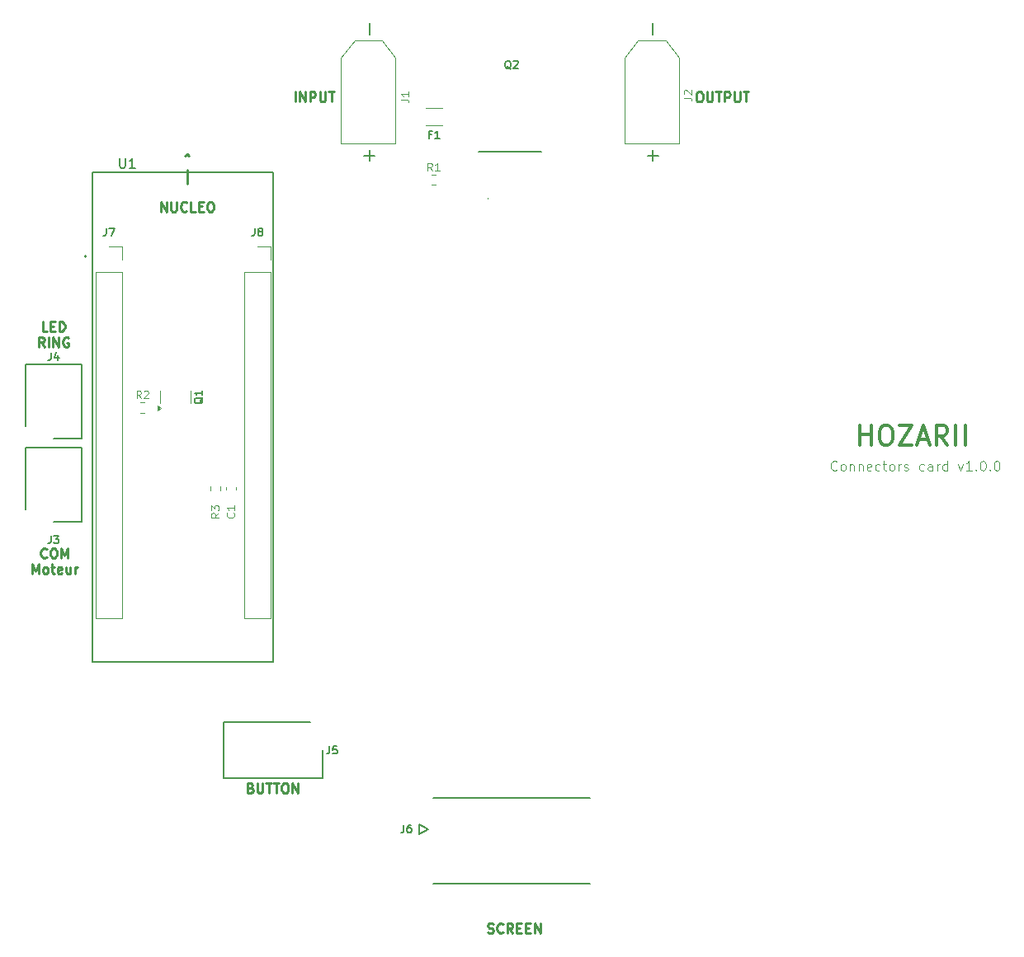
<source format=gbr>
%TF.GenerationSoftware,KiCad,Pcbnew,8.0.1*%
%TF.CreationDate,2024-04-24T20:44:49+02:00*%
%TF.ProjectId,Connectors_card,436f6e6e-6563-4746-9f72-735f63617264,rev?*%
%TF.SameCoordinates,Original*%
%TF.FileFunction,Legend,Top*%
%TF.FilePolarity,Positive*%
%FSLAX46Y46*%
G04 Gerber Fmt 4.6, Leading zero omitted, Abs format (unit mm)*
G04 Created by KiCad (PCBNEW 8.0.1) date 2024-04-24 20:44:49*
%MOMM*%
%LPD*%
G01*
G04 APERTURE LIST*
%ADD10C,0.250000*%
%ADD11C,0.100000*%
%ADD12C,0.300000*%
%ADD13C,0.200000*%
%ADD14C,0.150000*%
%ADD15C,0.120000*%
%ADD16C,0.127000*%
G04 APERTURE END LIST*
D10*
X101992485Y-107521436D02*
X101944866Y-107569056D01*
X101944866Y-107569056D02*
X101802009Y-107616675D01*
X101802009Y-107616675D02*
X101706771Y-107616675D01*
X101706771Y-107616675D02*
X101563914Y-107569056D01*
X101563914Y-107569056D02*
X101468676Y-107473817D01*
X101468676Y-107473817D02*
X101421057Y-107378579D01*
X101421057Y-107378579D02*
X101373438Y-107188103D01*
X101373438Y-107188103D02*
X101373438Y-107045246D01*
X101373438Y-107045246D02*
X101421057Y-106854770D01*
X101421057Y-106854770D02*
X101468676Y-106759532D01*
X101468676Y-106759532D02*
X101563914Y-106664294D01*
X101563914Y-106664294D02*
X101706771Y-106616675D01*
X101706771Y-106616675D02*
X101802009Y-106616675D01*
X101802009Y-106616675D02*
X101944866Y-106664294D01*
X101944866Y-106664294D02*
X101992485Y-106711913D01*
X102611533Y-106616675D02*
X102802009Y-106616675D01*
X102802009Y-106616675D02*
X102897247Y-106664294D01*
X102897247Y-106664294D02*
X102992485Y-106759532D01*
X102992485Y-106759532D02*
X103040104Y-106950008D01*
X103040104Y-106950008D02*
X103040104Y-107283341D01*
X103040104Y-107283341D02*
X102992485Y-107473817D01*
X102992485Y-107473817D02*
X102897247Y-107569056D01*
X102897247Y-107569056D02*
X102802009Y-107616675D01*
X102802009Y-107616675D02*
X102611533Y-107616675D01*
X102611533Y-107616675D02*
X102516295Y-107569056D01*
X102516295Y-107569056D02*
X102421057Y-107473817D01*
X102421057Y-107473817D02*
X102373438Y-107283341D01*
X102373438Y-107283341D02*
X102373438Y-106950008D01*
X102373438Y-106950008D02*
X102421057Y-106759532D01*
X102421057Y-106759532D02*
X102516295Y-106664294D01*
X102516295Y-106664294D02*
X102611533Y-106616675D01*
X103468676Y-107616675D02*
X103468676Y-106616675D01*
X103468676Y-106616675D02*
X103802009Y-107330960D01*
X103802009Y-107330960D02*
X104135342Y-106616675D01*
X104135342Y-106616675D02*
X104135342Y-107616675D01*
X100516295Y-109226619D02*
X100516295Y-108226619D01*
X100516295Y-108226619D02*
X100849628Y-108940904D01*
X100849628Y-108940904D02*
X101182961Y-108226619D01*
X101182961Y-108226619D02*
X101182961Y-109226619D01*
X101802009Y-109226619D02*
X101706771Y-109179000D01*
X101706771Y-109179000D02*
X101659152Y-109131380D01*
X101659152Y-109131380D02*
X101611533Y-109036142D01*
X101611533Y-109036142D02*
X101611533Y-108750428D01*
X101611533Y-108750428D02*
X101659152Y-108655190D01*
X101659152Y-108655190D02*
X101706771Y-108607571D01*
X101706771Y-108607571D02*
X101802009Y-108559952D01*
X101802009Y-108559952D02*
X101944866Y-108559952D01*
X101944866Y-108559952D02*
X102040104Y-108607571D01*
X102040104Y-108607571D02*
X102087723Y-108655190D01*
X102087723Y-108655190D02*
X102135342Y-108750428D01*
X102135342Y-108750428D02*
X102135342Y-109036142D01*
X102135342Y-109036142D02*
X102087723Y-109131380D01*
X102087723Y-109131380D02*
X102040104Y-109179000D01*
X102040104Y-109179000D02*
X101944866Y-109226619D01*
X101944866Y-109226619D02*
X101802009Y-109226619D01*
X102421057Y-108559952D02*
X102802009Y-108559952D01*
X102563914Y-108226619D02*
X102563914Y-109083761D01*
X102563914Y-109083761D02*
X102611533Y-109179000D01*
X102611533Y-109179000D02*
X102706771Y-109226619D01*
X102706771Y-109226619D02*
X102802009Y-109226619D01*
X103516295Y-109179000D02*
X103421057Y-109226619D01*
X103421057Y-109226619D02*
X103230581Y-109226619D01*
X103230581Y-109226619D02*
X103135343Y-109179000D01*
X103135343Y-109179000D02*
X103087724Y-109083761D01*
X103087724Y-109083761D02*
X103087724Y-108702809D01*
X103087724Y-108702809D02*
X103135343Y-108607571D01*
X103135343Y-108607571D02*
X103230581Y-108559952D01*
X103230581Y-108559952D02*
X103421057Y-108559952D01*
X103421057Y-108559952D02*
X103516295Y-108607571D01*
X103516295Y-108607571D02*
X103563914Y-108702809D01*
X103563914Y-108702809D02*
X103563914Y-108798047D01*
X103563914Y-108798047D02*
X103087724Y-108893285D01*
X104421057Y-108559952D02*
X104421057Y-109226619D01*
X103992486Y-108559952D02*
X103992486Y-109083761D01*
X103992486Y-109083761D02*
X104040105Y-109179000D01*
X104040105Y-109179000D02*
X104135343Y-109226619D01*
X104135343Y-109226619D02*
X104278200Y-109226619D01*
X104278200Y-109226619D02*
X104373438Y-109179000D01*
X104373438Y-109179000D02*
X104421057Y-109131380D01*
X104897248Y-109226619D02*
X104897248Y-108559952D01*
X104897248Y-108750428D02*
X104944867Y-108655190D01*
X104944867Y-108655190D02*
X104992486Y-108607571D01*
X104992486Y-108607571D02*
X105087724Y-108559952D01*
X105087724Y-108559952D02*
X105182962Y-108559952D01*
D11*
X183053512Y-98539180D02*
X183005893Y-98586800D01*
X183005893Y-98586800D02*
X182863036Y-98634419D01*
X182863036Y-98634419D02*
X182767798Y-98634419D01*
X182767798Y-98634419D02*
X182624941Y-98586800D01*
X182624941Y-98586800D02*
X182529703Y-98491561D01*
X182529703Y-98491561D02*
X182482084Y-98396323D01*
X182482084Y-98396323D02*
X182434465Y-98205847D01*
X182434465Y-98205847D02*
X182434465Y-98062990D01*
X182434465Y-98062990D02*
X182482084Y-97872514D01*
X182482084Y-97872514D02*
X182529703Y-97777276D01*
X182529703Y-97777276D02*
X182624941Y-97682038D01*
X182624941Y-97682038D02*
X182767798Y-97634419D01*
X182767798Y-97634419D02*
X182863036Y-97634419D01*
X182863036Y-97634419D02*
X183005893Y-97682038D01*
X183005893Y-97682038D02*
X183053512Y-97729657D01*
X183624941Y-98634419D02*
X183529703Y-98586800D01*
X183529703Y-98586800D02*
X183482084Y-98539180D01*
X183482084Y-98539180D02*
X183434465Y-98443942D01*
X183434465Y-98443942D02*
X183434465Y-98158228D01*
X183434465Y-98158228D02*
X183482084Y-98062990D01*
X183482084Y-98062990D02*
X183529703Y-98015371D01*
X183529703Y-98015371D02*
X183624941Y-97967752D01*
X183624941Y-97967752D02*
X183767798Y-97967752D01*
X183767798Y-97967752D02*
X183863036Y-98015371D01*
X183863036Y-98015371D02*
X183910655Y-98062990D01*
X183910655Y-98062990D02*
X183958274Y-98158228D01*
X183958274Y-98158228D02*
X183958274Y-98443942D01*
X183958274Y-98443942D02*
X183910655Y-98539180D01*
X183910655Y-98539180D02*
X183863036Y-98586800D01*
X183863036Y-98586800D02*
X183767798Y-98634419D01*
X183767798Y-98634419D02*
X183624941Y-98634419D01*
X184386846Y-97967752D02*
X184386846Y-98634419D01*
X184386846Y-98062990D02*
X184434465Y-98015371D01*
X184434465Y-98015371D02*
X184529703Y-97967752D01*
X184529703Y-97967752D02*
X184672560Y-97967752D01*
X184672560Y-97967752D02*
X184767798Y-98015371D01*
X184767798Y-98015371D02*
X184815417Y-98110609D01*
X184815417Y-98110609D02*
X184815417Y-98634419D01*
X185291608Y-97967752D02*
X185291608Y-98634419D01*
X185291608Y-98062990D02*
X185339227Y-98015371D01*
X185339227Y-98015371D02*
X185434465Y-97967752D01*
X185434465Y-97967752D02*
X185577322Y-97967752D01*
X185577322Y-97967752D02*
X185672560Y-98015371D01*
X185672560Y-98015371D02*
X185720179Y-98110609D01*
X185720179Y-98110609D02*
X185720179Y-98634419D01*
X186577322Y-98586800D02*
X186482084Y-98634419D01*
X186482084Y-98634419D02*
X186291608Y-98634419D01*
X186291608Y-98634419D02*
X186196370Y-98586800D01*
X186196370Y-98586800D02*
X186148751Y-98491561D01*
X186148751Y-98491561D02*
X186148751Y-98110609D01*
X186148751Y-98110609D02*
X186196370Y-98015371D01*
X186196370Y-98015371D02*
X186291608Y-97967752D01*
X186291608Y-97967752D02*
X186482084Y-97967752D01*
X186482084Y-97967752D02*
X186577322Y-98015371D01*
X186577322Y-98015371D02*
X186624941Y-98110609D01*
X186624941Y-98110609D02*
X186624941Y-98205847D01*
X186624941Y-98205847D02*
X186148751Y-98301085D01*
X187482084Y-98586800D02*
X187386846Y-98634419D01*
X187386846Y-98634419D02*
X187196370Y-98634419D01*
X187196370Y-98634419D02*
X187101132Y-98586800D01*
X187101132Y-98586800D02*
X187053513Y-98539180D01*
X187053513Y-98539180D02*
X187005894Y-98443942D01*
X187005894Y-98443942D02*
X187005894Y-98158228D01*
X187005894Y-98158228D02*
X187053513Y-98062990D01*
X187053513Y-98062990D02*
X187101132Y-98015371D01*
X187101132Y-98015371D02*
X187196370Y-97967752D01*
X187196370Y-97967752D02*
X187386846Y-97967752D01*
X187386846Y-97967752D02*
X187482084Y-98015371D01*
X187767799Y-97967752D02*
X188148751Y-97967752D01*
X187910656Y-97634419D02*
X187910656Y-98491561D01*
X187910656Y-98491561D02*
X187958275Y-98586800D01*
X187958275Y-98586800D02*
X188053513Y-98634419D01*
X188053513Y-98634419D02*
X188148751Y-98634419D01*
X188624942Y-98634419D02*
X188529704Y-98586800D01*
X188529704Y-98586800D02*
X188482085Y-98539180D01*
X188482085Y-98539180D02*
X188434466Y-98443942D01*
X188434466Y-98443942D02*
X188434466Y-98158228D01*
X188434466Y-98158228D02*
X188482085Y-98062990D01*
X188482085Y-98062990D02*
X188529704Y-98015371D01*
X188529704Y-98015371D02*
X188624942Y-97967752D01*
X188624942Y-97967752D02*
X188767799Y-97967752D01*
X188767799Y-97967752D02*
X188863037Y-98015371D01*
X188863037Y-98015371D02*
X188910656Y-98062990D01*
X188910656Y-98062990D02*
X188958275Y-98158228D01*
X188958275Y-98158228D02*
X188958275Y-98443942D01*
X188958275Y-98443942D02*
X188910656Y-98539180D01*
X188910656Y-98539180D02*
X188863037Y-98586800D01*
X188863037Y-98586800D02*
X188767799Y-98634419D01*
X188767799Y-98634419D02*
X188624942Y-98634419D01*
X189386847Y-98634419D02*
X189386847Y-97967752D01*
X189386847Y-98158228D02*
X189434466Y-98062990D01*
X189434466Y-98062990D02*
X189482085Y-98015371D01*
X189482085Y-98015371D02*
X189577323Y-97967752D01*
X189577323Y-97967752D02*
X189672561Y-97967752D01*
X189958276Y-98586800D02*
X190053514Y-98634419D01*
X190053514Y-98634419D02*
X190243990Y-98634419D01*
X190243990Y-98634419D02*
X190339228Y-98586800D01*
X190339228Y-98586800D02*
X190386847Y-98491561D01*
X190386847Y-98491561D02*
X190386847Y-98443942D01*
X190386847Y-98443942D02*
X190339228Y-98348704D01*
X190339228Y-98348704D02*
X190243990Y-98301085D01*
X190243990Y-98301085D02*
X190101133Y-98301085D01*
X190101133Y-98301085D02*
X190005895Y-98253466D01*
X190005895Y-98253466D02*
X189958276Y-98158228D01*
X189958276Y-98158228D02*
X189958276Y-98110609D01*
X189958276Y-98110609D02*
X190005895Y-98015371D01*
X190005895Y-98015371D02*
X190101133Y-97967752D01*
X190101133Y-97967752D02*
X190243990Y-97967752D01*
X190243990Y-97967752D02*
X190339228Y-98015371D01*
X192005895Y-98586800D02*
X191910657Y-98634419D01*
X191910657Y-98634419D02*
X191720181Y-98634419D01*
X191720181Y-98634419D02*
X191624943Y-98586800D01*
X191624943Y-98586800D02*
X191577324Y-98539180D01*
X191577324Y-98539180D02*
X191529705Y-98443942D01*
X191529705Y-98443942D02*
X191529705Y-98158228D01*
X191529705Y-98158228D02*
X191577324Y-98062990D01*
X191577324Y-98062990D02*
X191624943Y-98015371D01*
X191624943Y-98015371D02*
X191720181Y-97967752D01*
X191720181Y-97967752D02*
X191910657Y-97967752D01*
X191910657Y-97967752D02*
X192005895Y-98015371D01*
X192863038Y-98634419D02*
X192863038Y-98110609D01*
X192863038Y-98110609D02*
X192815419Y-98015371D01*
X192815419Y-98015371D02*
X192720181Y-97967752D01*
X192720181Y-97967752D02*
X192529705Y-97967752D01*
X192529705Y-97967752D02*
X192434467Y-98015371D01*
X192863038Y-98586800D02*
X192767800Y-98634419D01*
X192767800Y-98634419D02*
X192529705Y-98634419D01*
X192529705Y-98634419D02*
X192434467Y-98586800D01*
X192434467Y-98586800D02*
X192386848Y-98491561D01*
X192386848Y-98491561D02*
X192386848Y-98396323D01*
X192386848Y-98396323D02*
X192434467Y-98301085D01*
X192434467Y-98301085D02*
X192529705Y-98253466D01*
X192529705Y-98253466D02*
X192767800Y-98253466D01*
X192767800Y-98253466D02*
X192863038Y-98205847D01*
X193339229Y-98634419D02*
X193339229Y-97967752D01*
X193339229Y-98158228D02*
X193386848Y-98062990D01*
X193386848Y-98062990D02*
X193434467Y-98015371D01*
X193434467Y-98015371D02*
X193529705Y-97967752D01*
X193529705Y-97967752D02*
X193624943Y-97967752D01*
X194386848Y-98634419D02*
X194386848Y-97634419D01*
X194386848Y-98586800D02*
X194291610Y-98634419D01*
X194291610Y-98634419D02*
X194101134Y-98634419D01*
X194101134Y-98634419D02*
X194005896Y-98586800D01*
X194005896Y-98586800D02*
X193958277Y-98539180D01*
X193958277Y-98539180D02*
X193910658Y-98443942D01*
X193910658Y-98443942D02*
X193910658Y-98158228D01*
X193910658Y-98158228D02*
X193958277Y-98062990D01*
X193958277Y-98062990D02*
X194005896Y-98015371D01*
X194005896Y-98015371D02*
X194101134Y-97967752D01*
X194101134Y-97967752D02*
X194291610Y-97967752D01*
X194291610Y-97967752D02*
X194386848Y-98015371D01*
X195529706Y-97967752D02*
X195767801Y-98634419D01*
X195767801Y-98634419D02*
X196005896Y-97967752D01*
X196910658Y-98634419D02*
X196339230Y-98634419D01*
X196624944Y-98634419D02*
X196624944Y-97634419D01*
X196624944Y-97634419D02*
X196529706Y-97777276D01*
X196529706Y-97777276D02*
X196434468Y-97872514D01*
X196434468Y-97872514D02*
X196339230Y-97920133D01*
X197339230Y-98539180D02*
X197386849Y-98586800D01*
X197386849Y-98586800D02*
X197339230Y-98634419D01*
X197339230Y-98634419D02*
X197291611Y-98586800D01*
X197291611Y-98586800D02*
X197339230Y-98539180D01*
X197339230Y-98539180D02*
X197339230Y-98634419D01*
X198005896Y-97634419D02*
X198101134Y-97634419D01*
X198101134Y-97634419D02*
X198196372Y-97682038D01*
X198196372Y-97682038D02*
X198243991Y-97729657D01*
X198243991Y-97729657D02*
X198291610Y-97824895D01*
X198291610Y-97824895D02*
X198339229Y-98015371D01*
X198339229Y-98015371D02*
X198339229Y-98253466D01*
X198339229Y-98253466D02*
X198291610Y-98443942D01*
X198291610Y-98443942D02*
X198243991Y-98539180D01*
X198243991Y-98539180D02*
X198196372Y-98586800D01*
X198196372Y-98586800D02*
X198101134Y-98634419D01*
X198101134Y-98634419D02*
X198005896Y-98634419D01*
X198005896Y-98634419D02*
X197910658Y-98586800D01*
X197910658Y-98586800D02*
X197863039Y-98539180D01*
X197863039Y-98539180D02*
X197815420Y-98443942D01*
X197815420Y-98443942D02*
X197767801Y-98253466D01*
X197767801Y-98253466D02*
X197767801Y-98015371D01*
X197767801Y-98015371D02*
X197815420Y-97824895D01*
X197815420Y-97824895D02*
X197863039Y-97729657D01*
X197863039Y-97729657D02*
X197910658Y-97682038D01*
X197910658Y-97682038D02*
X198005896Y-97634419D01*
X198767801Y-98539180D02*
X198815420Y-98586800D01*
X198815420Y-98586800D02*
X198767801Y-98634419D01*
X198767801Y-98634419D02*
X198720182Y-98586800D01*
X198720182Y-98586800D02*
X198767801Y-98539180D01*
X198767801Y-98539180D02*
X198767801Y-98634419D01*
X199434467Y-97634419D02*
X199529705Y-97634419D01*
X199529705Y-97634419D02*
X199624943Y-97682038D01*
X199624943Y-97682038D02*
X199672562Y-97729657D01*
X199672562Y-97729657D02*
X199720181Y-97824895D01*
X199720181Y-97824895D02*
X199767800Y-98015371D01*
X199767800Y-98015371D02*
X199767800Y-98253466D01*
X199767800Y-98253466D02*
X199720181Y-98443942D01*
X199720181Y-98443942D02*
X199672562Y-98539180D01*
X199672562Y-98539180D02*
X199624943Y-98586800D01*
X199624943Y-98586800D02*
X199529705Y-98634419D01*
X199529705Y-98634419D02*
X199434467Y-98634419D01*
X199434467Y-98634419D02*
X199339229Y-98586800D01*
X199339229Y-98586800D02*
X199291610Y-98539180D01*
X199291610Y-98539180D02*
X199243991Y-98443942D01*
X199243991Y-98443942D02*
X199196372Y-98253466D01*
X199196372Y-98253466D02*
X199196372Y-98015371D01*
X199196372Y-98015371D02*
X199243991Y-97824895D01*
X199243991Y-97824895D02*
X199291610Y-97729657D01*
X199291610Y-97729657D02*
X199339229Y-97682038D01*
X199339229Y-97682038D02*
X199434467Y-97634419D01*
D10*
X127480768Y-60726619D02*
X127480768Y-59726619D01*
X127956958Y-60726619D02*
X127956958Y-59726619D01*
X127956958Y-59726619D02*
X128528386Y-60726619D01*
X128528386Y-60726619D02*
X128528386Y-59726619D01*
X129004577Y-60726619D02*
X129004577Y-59726619D01*
X129004577Y-59726619D02*
X129385529Y-59726619D01*
X129385529Y-59726619D02*
X129480767Y-59774238D01*
X129480767Y-59774238D02*
X129528386Y-59821857D01*
X129528386Y-59821857D02*
X129576005Y-59917095D01*
X129576005Y-59917095D02*
X129576005Y-60059952D01*
X129576005Y-60059952D02*
X129528386Y-60155190D01*
X129528386Y-60155190D02*
X129480767Y-60202809D01*
X129480767Y-60202809D02*
X129385529Y-60250428D01*
X129385529Y-60250428D02*
X129004577Y-60250428D01*
X130004577Y-59726619D02*
X130004577Y-60536142D01*
X130004577Y-60536142D02*
X130052196Y-60631380D01*
X130052196Y-60631380D02*
X130099815Y-60679000D01*
X130099815Y-60679000D02*
X130195053Y-60726619D01*
X130195053Y-60726619D02*
X130385529Y-60726619D01*
X130385529Y-60726619D02*
X130480767Y-60679000D01*
X130480767Y-60679000D02*
X130528386Y-60631380D01*
X130528386Y-60631380D02*
X130576005Y-60536142D01*
X130576005Y-60536142D02*
X130576005Y-59726619D01*
X130909339Y-59726619D02*
X131480767Y-59726619D01*
X131195053Y-60726619D02*
X131195053Y-59726619D01*
X147233149Y-146079000D02*
X147376006Y-146126619D01*
X147376006Y-146126619D02*
X147614101Y-146126619D01*
X147614101Y-146126619D02*
X147709339Y-146079000D01*
X147709339Y-146079000D02*
X147756958Y-146031380D01*
X147756958Y-146031380D02*
X147804577Y-145936142D01*
X147804577Y-145936142D02*
X147804577Y-145840904D01*
X147804577Y-145840904D02*
X147756958Y-145745666D01*
X147756958Y-145745666D02*
X147709339Y-145698047D01*
X147709339Y-145698047D02*
X147614101Y-145650428D01*
X147614101Y-145650428D02*
X147423625Y-145602809D01*
X147423625Y-145602809D02*
X147328387Y-145555190D01*
X147328387Y-145555190D02*
X147280768Y-145507571D01*
X147280768Y-145507571D02*
X147233149Y-145412333D01*
X147233149Y-145412333D02*
X147233149Y-145317095D01*
X147233149Y-145317095D02*
X147280768Y-145221857D01*
X147280768Y-145221857D02*
X147328387Y-145174238D01*
X147328387Y-145174238D02*
X147423625Y-145126619D01*
X147423625Y-145126619D02*
X147661720Y-145126619D01*
X147661720Y-145126619D02*
X147804577Y-145174238D01*
X148804577Y-146031380D02*
X148756958Y-146079000D01*
X148756958Y-146079000D02*
X148614101Y-146126619D01*
X148614101Y-146126619D02*
X148518863Y-146126619D01*
X148518863Y-146126619D02*
X148376006Y-146079000D01*
X148376006Y-146079000D02*
X148280768Y-145983761D01*
X148280768Y-145983761D02*
X148233149Y-145888523D01*
X148233149Y-145888523D02*
X148185530Y-145698047D01*
X148185530Y-145698047D02*
X148185530Y-145555190D01*
X148185530Y-145555190D02*
X148233149Y-145364714D01*
X148233149Y-145364714D02*
X148280768Y-145269476D01*
X148280768Y-145269476D02*
X148376006Y-145174238D01*
X148376006Y-145174238D02*
X148518863Y-145126619D01*
X148518863Y-145126619D02*
X148614101Y-145126619D01*
X148614101Y-145126619D02*
X148756958Y-145174238D01*
X148756958Y-145174238D02*
X148804577Y-145221857D01*
X149804577Y-146126619D02*
X149471244Y-145650428D01*
X149233149Y-146126619D02*
X149233149Y-145126619D01*
X149233149Y-145126619D02*
X149614101Y-145126619D01*
X149614101Y-145126619D02*
X149709339Y-145174238D01*
X149709339Y-145174238D02*
X149756958Y-145221857D01*
X149756958Y-145221857D02*
X149804577Y-145317095D01*
X149804577Y-145317095D02*
X149804577Y-145459952D01*
X149804577Y-145459952D02*
X149756958Y-145555190D01*
X149756958Y-145555190D02*
X149709339Y-145602809D01*
X149709339Y-145602809D02*
X149614101Y-145650428D01*
X149614101Y-145650428D02*
X149233149Y-145650428D01*
X150233149Y-145602809D02*
X150566482Y-145602809D01*
X150709339Y-146126619D02*
X150233149Y-146126619D01*
X150233149Y-146126619D02*
X150233149Y-145126619D01*
X150233149Y-145126619D02*
X150709339Y-145126619D01*
X151137911Y-145602809D02*
X151471244Y-145602809D01*
X151614101Y-146126619D02*
X151137911Y-146126619D01*
X151137911Y-146126619D02*
X151137911Y-145126619D01*
X151137911Y-145126619D02*
X151614101Y-145126619D01*
X152042673Y-146126619D02*
X152042673Y-145126619D01*
X152042673Y-145126619D02*
X152614101Y-146126619D01*
X152614101Y-146126619D02*
X152614101Y-145126619D01*
D12*
X185451758Y-96001638D02*
X185451758Y-94001638D01*
X185451758Y-94954019D02*
X186594615Y-94954019D01*
X186594615Y-96001638D02*
X186594615Y-94001638D01*
X187927948Y-94001638D02*
X188308901Y-94001638D01*
X188308901Y-94001638D02*
X188499377Y-94096876D01*
X188499377Y-94096876D02*
X188689853Y-94287352D01*
X188689853Y-94287352D02*
X188785091Y-94668304D01*
X188785091Y-94668304D02*
X188785091Y-95334971D01*
X188785091Y-95334971D02*
X188689853Y-95715923D01*
X188689853Y-95715923D02*
X188499377Y-95906400D01*
X188499377Y-95906400D02*
X188308901Y-96001638D01*
X188308901Y-96001638D02*
X187927948Y-96001638D01*
X187927948Y-96001638D02*
X187737472Y-95906400D01*
X187737472Y-95906400D02*
X187546996Y-95715923D01*
X187546996Y-95715923D02*
X187451758Y-95334971D01*
X187451758Y-95334971D02*
X187451758Y-94668304D01*
X187451758Y-94668304D02*
X187546996Y-94287352D01*
X187546996Y-94287352D02*
X187737472Y-94096876D01*
X187737472Y-94096876D02*
X187927948Y-94001638D01*
X189451758Y-94001638D02*
X190785091Y-94001638D01*
X190785091Y-94001638D02*
X189451758Y-96001638D01*
X189451758Y-96001638D02*
X190785091Y-96001638D01*
X191451758Y-95430209D02*
X192404139Y-95430209D01*
X191261282Y-96001638D02*
X191927948Y-94001638D01*
X191927948Y-94001638D02*
X192594615Y-96001638D01*
X194404139Y-96001638D02*
X193737472Y-95049257D01*
X193261282Y-96001638D02*
X193261282Y-94001638D01*
X193261282Y-94001638D02*
X194023187Y-94001638D01*
X194023187Y-94001638D02*
X194213663Y-94096876D01*
X194213663Y-94096876D02*
X194308901Y-94192114D01*
X194308901Y-94192114D02*
X194404139Y-94382590D01*
X194404139Y-94382590D02*
X194404139Y-94668304D01*
X194404139Y-94668304D02*
X194308901Y-94858780D01*
X194308901Y-94858780D02*
X194213663Y-94954019D01*
X194213663Y-94954019D02*
X194023187Y-95049257D01*
X194023187Y-95049257D02*
X193261282Y-95049257D01*
X195261282Y-96001638D02*
X195261282Y-94001638D01*
X196213663Y-96001638D02*
X196213663Y-94001638D01*
D10*
X116187724Y-66292025D02*
X116378200Y-66149168D01*
X116378200Y-66149168D02*
X116568676Y-66292025D01*
X116378200Y-69140064D02*
X116378200Y-67711492D01*
X113687724Y-72026619D02*
X113687724Y-71026619D01*
X113687724Y-71026619D02*
X114259152Y-72026619D01*
X114259152Y-72026619D02*
X114259152Y-71026619D01*
X114735343Y-71026619D02*
X114735343Y-71836142D01*
X114735343Y-71836142D02*
X114782962Y-71931380D01*
X114782962Y-71931380D02*
X114830581Y-71979000D01*
X114830581Y-71979000D02*
X114925819Y-72026619D01*
X114925819Y-72026619D02*
X115116295Y-72026619D01*
X115116295Y-72026619D02*
X115211533Y-71979000D01*
X115211533Y-71979000D02*
X115259152Y-71931380D01*
X115259152Y-71931380D02*
X115306771Y-71836142D01*
X115306771Y-71836142D02*
X115306771Y-71026619D01*
X116354390Y-71931380D02*
X116306771Y-71979000D01*
X116306771Y-71979000D02*
X116163914Y-72026619D01*
X116163914Y-72026619D02*
X116068676Y-72026619D01*
X116068676Y-72026619D02*
X115925819Y-71979000D01*
X115925819Y-71979000D02*
X115830581Y-71883761D01*
X115830581Y-71883761D02*
X115782962Y-71788523D01*
X115782962Y-71788523D02*
X115735343Y-71598047D01*
X115735343Y-71598047D02*
X115735343Y-71455190D01*
X115735343Y-71455190D02*
X115782962Y-71264714D01*
X115782962Y-71264714D02*
X115830581Y-71169476D01*
X115830581Y-71169476D02*
X115925819Y-71074238D01*
X115925819Y-71074238D02*
X116068676Y-71026619D01*
X116068676Y-71026619D02*
X116163914Y-71026619D01*
X116163914Y-71026619D02*
X116306771Y-71074238D01*
X116306771Y-71074238D02*
X116354390Y-71121857D01*
X117259152Y-72026619D02*
X116782962Y-72026619D01*
X116782962Y-72026619D02*
X116782962Y-71026619D01*
X117592486Y-71502809D02*
X117925819Y-71502809D01*
X118068676Y-72026619D02*
X117592486Y-72026619D01*
X117592486Y-72026619D02*
X117592486Y-71026619D01*
X117592486Y-71026619D02*
X118068676Y-71026619D01*
X118687724Y-71026619D02*
X118878200Y-71026619D01*
X118878200Y-71026619D02*
X118973438Y-71074238D01*
X118973438Y-71074238D02*
X119068676Y-71169476D01*
X119068676Y-71169476D02*
X119116295Y-71359952D01*
X119116295Y-71359952D02*
X119116295Y-71693285D01*
X119116295Y-71693285D02*
X119068676Y-71883761D01*
X119068676Y-71883761D02*
X118973438Y-71979000D01*
X118973438Y-71979000D02*
X118878200Y-72026619D01*
X118878200Y-72026619D02*
X118687724Y-72026619D01*
X118687724Y-72026619D02*
X118592486Y-71979000D01*
X118592486Y-71979000D02*
X118497248Y-71883761D01*
X118497248Y-71883761D02*
X118449629Y-71693285D01*
X118449629Y-71693285D02*
X118449629Y-71359952D01*
X118449629Y-71359952D02*
X118497248Y-71169476D01*
X118497248Y-71169476D02*
X118592486Y-71074238D01*
X118592486Y-71074238D02*
X118687724Y-71026619D01*
X102035342Y-84316675D02*
X101559152Y-84316675D01*
X101559152Y-84316675D02*
X101559152Y-83316675D01*
X102368676Y-83792865D02*
X102702009Y-83792865D01*
X102844866Y-84316675D02*
X102368676Y-84316675D01*
X102368676Y-84316675D02*
X102368676Y-83316675D01*
X102368676Y-83316675D02*
X102844866Y-83316675D01*
X103273438Y-84316675D02*
X103273438Y-83316675D01*
X103273438Y-83316675D02*
X103511533Y-83316675D01*
X103511533Y-83316675D02*
X103654390Y-83364294D01*
X103654390Y-83364294D02*
X103749628Y-83459532D01*
X103749628Y-83459532D02*
X103797247Y-83554770D01*
X103797247Y-83554770D02*
X103844866Y-83745246D01*
X103844866Y-83745246D02*
X103844866Y-83888103D01*
X103844866Y-83888103D02*
X103797247Y-84078579D01*
X103797247Y-84078579D02*
X103749628Y-84173817D01*
X103749628Y-84173817D02*
X103654390Y-84269056D01*
X103654390Y-84269056D02*
X103511533Y-84316675D01*
X103511533Y-84316675D02*
X103273438Y-84316675D01*
X101725819Y-85926619D02*
X101392486Y-85450428D01*
X101154391Y-85926619D02*
X101154391Y-84926619D01*
X101154391Y-84926619D02*
X101535343Y-84926619D01*
X101535343Y-84926619D02*
X101630581Y-84974238D01*
X101630581Y-84974238D02*
X101678200Y-85021857D01*
X101678200Y-85021857D02*
X101725819Y-85117095D01*
X101725819Y-85117095D02*
X101725819Y-85259952D01*
X101725819Y-85259952D02*
X101678200Y-85355190D01*
X101678200Y-85355190D02*
X101630581Y-85402809D01*
X101630581Y-85402809D02*
X101535343Y-85450428D01*
X101535343Y-85450428D02*
X101154391Y-85450428D01*
X102154391Y-85926619D02*
X102154391Y-84926619D01*
X102630581Y-85926619D02*
X102630581Y-84926619D01*
X102630581Y-84926619D02*
X103202009Y-85926619D01*
X103202009Y-85926619D02*
X103202009Y-84926619D01*
X104202009Y-84974238D02*
X104106771Y-84926619D01*
X104106771Y-84926619D02*
X103963914Y-84926619D01*
X103963914Y-84926619D02*
X103821057Y-84974238D01*
X103821057Y-84974238D02*
X103725819Y-85069476D01*
X103725819Y-85069476D02*
X103678200Y-85164714D01*
X103678200Y-85164714D02*
X103630581Y-85355190D01*
X103630581Y-85355190D02*
X103630581Y-85498047D01*
X103630581Y-85498047D02*
X103678200Y-85688523D01*
X103678200Y-85688523D02*
X103725819Y-85783761D01*
X103725819Y-85783761D02*
X103821057Y-85879000D01*
X103821057Y-85879000D02*
X103963914Y-85926619D01*
X103963914Y-85926619D02*
X104059152Y-85926619D01*
X104059152Y-85926619D02*
X104202009Y-85879000D01*
X104202009Y-85879000D02*
X104249628Y-85831380D01*
X104249628Y-85831380D02*
X104249628Y-85498047D01*
X104249628Y-85498047D02*
X104059152Y-85498047D01*
X168871244Y-59726619D02*
X169061720Y-59726619D01*
X169061720Y-59726619D02*
X169156958Y-59774238D01*
X169156958Y-59774238D02*
X169252196Y-59869476D01*
X169252196Y-59869476D02*
X169299815Y-60059952D01*
X169299815Y-60059952D02*
X169299815Y-60393285D01*
X169299815Y-60393285D02*
X169252196Y-60583761D01*
X169252196Y-60583761D02*
X169156958Y-60679000D01*
X169156958Y-60679000D02*
X169061720Y-60726619D01*
X169061720Y-60726619D02*
X168871244Y-60726619D01*
X168871244Y-60726619D02*
X168776006Y-60679000D01*
X168776006Y-60679000D02*
X168680768Y-60583761D01*
X168680768Y-60583761D02*
X168633149Y-60393285D01*
X168633149Y-60393285D02*
X168633149Y-60059952D01*
X168633149Y-60059952D02*
X168680768Y-59869476D01*
X168680768Y-59869476D02*
X168776006Y-59774238D01*
X168776006Y-59774238D02*
X168871244Y-59726619D01*
X169728387Y-59726619D02*
X169728387Y-60536142D01*
X169728387Y-60536142D02*
X169776006Y-60631380D01*
X169776006Y-60631380D02*
X169823625Y-60679000D01*
X169823625Y-60679000D02*
X169918863Y-60726619D01*
X169918863Y-60726619D02*
X170109339Y-60726619D01*
X170109339Y-60726619D02*
X170204577Y-60679000D01*
X170204577Y-60679000D02*
X170252196Y-60631380D01*
X170252196Y-60631380D02*
X170299815Y-60536142D01*
X170299815Y-60536142D02*
X170299815Y-59726619D01*
X170633149Y-59726619D02*
X171204577Y-59726619D01*
X170918863Y-60726619D02*
X170918863Y-59726619D01*
X171537911Y-60726619D02*
X171537911Y-59726619D01*
X171537911Y-59726619D02*
X171918863Y-59726619D01*
X171918863Y-59726619D02*
X172014101Y-59774238D01*
X172014101Y-59774238D02*
X172061720Y-59821857D01*
X172061720Y-59821857D02*
X172109339Y-59917095D01*
X172109339Y-59917095D02*
X172109339Y-60059952D01*
X172109339Y-60059952D02*
X172061720Y-60155190D01*
X172061720Y-60155190D02*
X172014101Y-60202809D01*
X172014101Y-60202809D02*
X171918863Y-60250428D01*
X171918863Y-60250428D02*
X171537911Y-60250428D01*
X172537911Y-59726619D02*
X172537911Y-60536142D01*
X172537911Y-60536142D02*
X172585530Y-60631380D01*
X172585530Y-60631380D02*
X172633149Y-60679000D01*
X172633149Y-60679000D02*
X172728387Y-60726619D01*
X172728387Y-60726619D02*
X172918863Y-60726619D01*
X172918863Y-60726619D02*
X173014101Y-60679000D01*
X173014101Y-60679000D02*
X173061720Y-60631380D01*
X173061720Y-60631380D02*
X173109339Y-60536142D01*
X173109339Y-60536142D02*
X173109339Y-59726619D01*
X173442673Y-59726619D02*
X174014101Y-59726619D01*
X173728387Y-60726619D02*
X173728387Y-59726619D01*
X122914101Y-131202809D02*
X123056958Y-131250428D01*
X123056958Y-131250428D02*
X123104577Y-131298047D01*
X123104577Y-131298047D02*
X123152196Y-131393285D01*
X123152196Y-131393285D02*
X123152196Y-131536142D01*
X123152196Y-131536142D02*
X123104577Y-131631380D01*
X123104577Y-131631380D02*
X123056958Y-131679000D01*
X123056958Y-131679000D02*
X122961720Y-131726619D01*
X122961720Y-131726619D02*
X122580768Y-131726619D01*
X122580768Y-131726619D02*
X122580768Y-130726619D01*
X122580768Y-130726619D02*
X122914101Y-130726619D01*
X122914101Y-130726619D02*
X123009339Y-130774238D01*
X123009339Y-130774238D02*
X123056958Y-130821857D01*
X123056958Y-130821857D02*
X123104577Y-130917095D01*
X123104577Y-130917095D02*
X123104577Y-131012333D01*
X123104577Y-131012333D02*
X123056958Y-131107571D01*
X123056958Y-131107571D02*
X123009339Y-131155190D01*
X123009339Y-131155190D02*
X122914101Y-131202809D01*
X122914101Y-131202809D02*
X122580768Y-131202809D01*
X123580768Y-130726619D02*
X123580768Y-131536142D01*
X123580768Y-131536142D02*
X123628387Y-131631380D01*
X123628387Y-131631380D02*
X123676006Y-131679000D01*
X123676006Y-131679000D02*
X123771244Y-131726619D01*
X123771244Y-131726619D02*
X123961720Y-131726619D01*
X123961720Y-131726619D02*
X124056958Y-131679000D01*
X124056958Y-131679000D02*
X124104577Y-131631380D01*
X124104577Y-131631380D02*
X124152196Y-131536142D01*
X124152196Y-131536142D02*
X124152196Y-130726619D01*
X124485530Y-130726619D02*
X125056958Y-130726619D01*
X124771244Y-131726619D02*
X124771244Y-130726619D01*
X125247435Y-130726619D02*
X125818863Y-130726619D01*
X125533149Y-131726619D02*
X125533149Y-130726619D01*
X126342673Y-130726619D02*
X126533149Y-130726619D01*
X126533149Y-130726619D02*
X126628387Y-130774238D01*
X126628387Y-130774238D02*
X126723625Y-130869476D01*
X126723625Y-130869476D02*
X126771244Y-131059952D01*
X126771244Y-131059952D02*
X126771244Y-131393285D01*
X126771244Y-131393285D02*
X126723625Y-131583761D01*
X126723625Y-131583761D02*
X126628387Y-131679000D01*
X126628387Y-131679000D02*
X126533149Y-131726619D01*
X126533149Y-131726619D02*
X126342673Y-131726619D01*
X126342673Y-131726619D02*
X126247435Y-131679000D01*
X126247435Y-131679000D02*
X126152197Y-131583761D01*
X126152197Y-131583761D02*
X126104578Y-131393285D01*
X126104578Y-131393285D02*
X126104578Y-131059952D01*
X126104578Y-131059952D02*
X126152197Y-130869476D01*
X126152197Y-130869476D02*
X126247435Y-130774238D01*
X126247435Y-130774238D02*
X126342673Y-130726619D01*
X127199816Y-131726619D02*
X127199816Y-130726619D01*
X127199816Y-130726619D02*
X127771244Y-131726619D01*
X127771244Y-131726619D02*
X127771244Y-130726619D01*
D13*
X102411533Y-105321695D02*
X102411533Y-105893123D01*
X102411533Y-105893123D02*
X102373438Y-106007409D01*
X102373438Y-106007409D02*
X102297247Y-106083600D01*
X102297247Y-106083600D02*
X102182962Y-106121695D01*
X102182962Y-106121695D02*
X102106771Y-106121695D01*
X102716295Y-105321695D02*
X103211533Y-105321695D01*
X103211533Y-105321695D02*
X102944867Y-105626457D01*
X102944867Y-105626457D02*
X103059152Y-105626457D01*
X103059152Y-105626457D02*
X103135343Y-105664552D01*
X103135343Y-105664552D02*
X103173438Y-105702647D01*
X103173438Y-105702647D02*
X103211533Y-105778838D01*
X103211533Y-105778838D02*
X103211533Y-105969314D01*
X103211533Y-105969314D02*
X103173438Y-106045504D01*
X103173438Y-106045504D02*
X103135343Y-106083600D01*
X103135343Y-106083600D02*
X103059152Y-106121695D01*
X103059152Y-106121695D02*
X102830581Y-106121695D01*
X102830581Y-106121695D02*
X102754390Y-106083600D01*
X102754390Y-106083600D02*
X102716295Y-106045504D01*
X131011533Y-126921695D02*
X131011533Y-127493123D01*
X131011533Y-127493123D02*
X130973438Y-127607409D01*
X130973438Y-127607409D02*
X130897247Y-127683600D01*
X130897247Y-127683600D02*
X130782962Y-127721695D01*
X130782962Y-127721695D02*
X130706771Y-127721695D01*
X131773438Y-126921695D02*
X131392486Y-126921695D01*
X131392486Y-126921695D02*
X131354390Y-127302647D01*
X131354390Y-127302647D02*
X131392486Y-127264552D01*
X131392486Y-127264552D02*
X131468676Y-127226457D01*
X131468676Y-127226457D02*
X131659152Y-127226457D01*
X131659152Y-127226457D02*
X131735343Y-127264552D01*
X131735343Y-127264552D02*
X131773438Y-127302647D01*
X131773438Y-127302647D02*
X131811533Y-127378838D01*
X131811533Y-127378838D02*
X131811533Y-127569314D01*
X131811533Y-127569314D02*
X131773438Y-127645504D01*
X131773438Y-127645504D02*
X131735343Y-127683600D01*
X131735343Y-127683600D02*
X131659152Y-127721695D01*
X131659152Y-127721695D02*
X131468676Y-127721695D01*
X131468676Y-127721695D02*
X131392486Y-127683600D01*
X131392486Y-127683600D02*
X131354390Y-127645504D01*
D14*
X118016685Y-91138190D02*
X117978590Y-91214380D01*
X117978590Y-91214380D02*
X117902400Y-91290571D01*
X117902400Y-91290571D02*
X117788114Y-91404857D01*
X117788114Y-91404857D02*
X117750019Y-91481047D01*
X117750019Y-91481047D02*
X117750019Y-91557238D01*
X117940495Y-91519142D02*
X117902400Y-91595333D01*
X117902400Y-91595333D02*
X117826209Y-91671523D01*
X117826209Y-91671523D02*
X117673828Y-91709619D01*
X117673828Y-91709619D02*
X117407161Y-91709619D01*
X117407161Y-91709619D02*
X117254780Y-91671523D01*
X117254780Y-91671523D02*
X117178590Y-91595333D01*
X117178590Y-91595333D02*
X117140495Y-91519142D01*
X117140495Y-91519142D02*
X117140495Y-91366761D01*
X117140495Y-91366761D02*
X117178590Y-91290571D01*
X117178590Y-91290571D02*
X117254780Y-91214380D01*
X117254780Y-91214380D02*
X117407161Y-91176285D01*
X117407161Y-91176285D02*
X117673828Y-91176285D01*
X117673828Y-91176285D02*
X117826209Y-91214380D01*
X117826209Y-91214380D02*
X117902400Y-91290571D01*
X117902400Y-91290571D02*
X117940495Y-91366761D01*
X117940495Y-91366761D02*
X117940495Y-91519142D01*
X117940495Y-90414381D02*
X117940495Y-90871524D01*
X117940495Y-90642952D02*
X117140495Y-90642952D01*
X117140495Y-90642952D02*
X117254780Y-90719143D01*
X117254780Y-90719143D02*
X117330971Y-90795333D01*
X117330971Y-90795333D02*
X117369066Y-90871524D01*
X141461533Y-64105247D02*
X141194867Y-64105247D01*
X141194867Y-64524295D02*
X141194867Y-63724295D01*
X141194867Y-63724295D02*
X141575819Y-63724295D01*
X142299628Y-64524295D02*
X141842485Y-64524295D01*
X142071057Y-64524295D02*
X142071057Y-63724295D01*
X142071057Y-63724295D02*
X141994866Y-63838580D01*
X141994866Y-63838580D02*
X141918676Y-63914771D01*
X141918676Y-63914771D02*
X141842485Y-63952866D01*
D13*
X138611533Y-135021695D02*
X138611533Y-135593123D01*
X138611533Y-135593123D02*
X138573438Y-135707409D01*
X138573438Y-135707409D02*
X138497247Y-135783600D01*
X138497247Y-135783600D02*
X138382962Y-135821695D01*
X138382962Y-135821695D02*
X138306771Y-135821695D01*
X139335343Y-135021695D02*
X139182962Y-135021695D01*
X139182962Y-135021695D02*
X139106771Y-135059790D01*
X139106771Y-135059790D02*
X139068676Y-135097885D01*
X139068676Y-135097885D02*
X138992486Y-135212171D01*
X138992486Y-135212171D02*
X138954390Y-135364552D01*
X138954390Y-135364552D02*
X138954390Y-135669314D01*
X138954390Y-135669314D02*
X138992486Y-135745504D01*
X138992486Y-135745504D02*
X139030581Y-135783600D01*
X139030581Y-135783600D02*
X139106771Y-135821695D01*
X139106771Y-135821695D02*
X139259152Y-135821695D01*
X139259152Y-135821695D02*
X139335343Y-135783600D01*
X139335343Y-135783600D02*
X139373438Y-135745504D01*
X139373438Y-135745504D02*
X139411533Y-135669314D01*
X139411533Y-135669314D02*
X139411533Y-135478838D01*
X139411533Y-135478838D02*
X139373438Y-135402647D01*
X139373438Y-135402647D02*
X139335343Y-135364552D01*
X139335343Y-135364552D02*
X139259152Y-135326457D01*
X139259152Y-135326457D02*
X139106771Y-135326457D01*
X139106771Y-135326457D02*
X139030581Y-135364552D01*
X139030581Y-135364552D02*
X138992486Y-135402647D01*
X138992486Y-135402647D02*
X138954390Y-135478838D01*
D14*
X109481295Y-66536819D02*
X109481295Y-67346342D01*
X109481295Y-67346342D02*
X109528914Y-67441580D01*
X109528914Y-67441580D02*
X109576533Y-67489200D01*
X109576533Y-67489200D02*
X109671771Y-67536819D01*
X109671771Y-67536819D02*
X109862247Y-67536819D01*
X109862247Y-67536819D02*
X109957485Y-67489200D01*
X109957485Y-67489200D02*
X110005104Y-67441580D01*
X110005104Y-67441580D02*
X110052723Y-67346342D01*
X110052723Y-67346342D02*
X110052723Y-66536819D01*
X111052723Y-67536819D02*
X110481295Y-67536819D01*
X110767009Y-67536819D02*
X110767009Y-66536819D01*
X110767009Y-66536819D02*
X110671771Y-66679676D01*
X110671771Y-66679676D02*
X110576533Y-66774914D01*
X110576533Y-66774914D02*
X110481295Y-66822533D01*
D11*
X138343095Y-60528666D02*
X138914523Y-60528666D01*
X138914523Y-60528666D02*
X139028809Y-60566761D01*
X139028809Y-60566761D02*
X139105000Y-60642952D01*
X139105000Y-60642952D02*
X139143095Y-60757237D01*
X139143095Y-60757237D02*
X139143095Y-60833428D01*
X139143095Y-59728666D02*
X139143095Y-60185809D01*
X139143095Y-59957237D02*
X138343095Y-59957237D01*
X138343095Y-59957237D02*
X138457380Y-60033428D01*
X138457380Y-60033428D02*
X138533571Y-60109618D01*
X138533571Y-60109618D02*
X138571666Y-60185809D01*
D14*
X135092900Y-66833428D02*
X135092900Y-65690571D01*
X135664328Y-66261999D02*
X134521471Y-66261999D01*
X135092900Y-53833428D02*
X135092900Y-52690571D01*
X108089533Y-73718295D02*
X108089533Y-74289723D01*
X108089533Y-74289723D02*
X108051438Y-74404009D01*
X108051438Y-74404009D02*
X107975247Y-74480200D01*
X107975247Y-74480200D02*
X107860962Y-74518295D01*
X107860962Y-74518295D02*
X107784771Y-74518295D01*
X108394295Y-73718295D02*
X108927629Y-73718295D01*
X108927629Y-73718295D02*
X108584771Y-74518295D01*
D13*
X149602009Y-57397885D02*
X149525819Y-57359790D01*
X149525819Y-57359790D02*
X149449628Y-57283600D01*
X149449628Y-57283600D02*
X149335342Y-57169314D01*
X149335342Y-57169314D02*
X149259152Y-57131219D01*
X149259152Y-57131219D02*
X149182961Y-57131219D01*
X149221057Y-57321695D02*
X149144866Y-57283600D01*
X149144866Y-57283600D02*
X149068676Y-57207409D01*
X149068676Y-57207409D02*
X149030580Y-57055028D01*
X149030580Y-57055028D02*
X149030580Y-56788361D01*
X149030580Y-56788361D02*
X149068676Y-56635980D01*
X149068676Y-56635980D02*
X149144866Y-56559790D01*
X149144866Y-56559790D02*
X149221057Y-56521695D01*
X149221057Y-56521695D02*
X149373438Y-56521695D01*
X149373438Y-56521695D02*
X149449628Y-56559790D01*
X149449628Y-56559790D02*
X149525819Y-56635980D01*
X149525819Y-56635980D02*
X149563914Y-56788361D01*
X149563914Y-56788361D02*
X149563914Y-57055028D01*
X149563914Y-57055028D02*
X149525819Y-57207409D01*
X149525819Y-57207409D02*
X149449628Y-57283600D01*
X149449628Y-57283600D02*
X149373438Y-57321695D01*
X149373438Y-57321695D02*
X149221057Y-57321695D01*
X149868675Y-56597885D02*
X149906771Y-56559790D01*
X149906771Y-56559790D02*
X149982961Y-56521695D01*
X149982961Y-56521695D02*
X150173437Y-56521695D01*
X150173437Y-56521695D02*
X150249628Y-56559790D01*
X150249628Y-56559790D02*
X150287723Y-56597885D01*
X150287723Y-56597885D02*
X150325818Y-56674076D01*
X150325818Y-56674076D02*
X150325818Y-56750266D01*
X150325818Y-56750266D02*
X150287723Y-56864552D01*
X150287723Y-56864552D02*
X149830580Y-57321695D01*
X149830580Y-57321695D02*
X150325818Y-57321695D01*
D14*
X123329533Y-73718295D02*
X123329533Y-74289723D01*
X123329533Y-74289723D02*
X123291438Y-74404009D01*
X123291438Y-74404009D02*
X123215247Y-74480200D01*
X123215247Y-74480200D02*
X123100962Y-74518295D01*
X123100962Y-74518295D02*
X123024771Y-74518295D01*
X123824771Y-74061152D02*
X123748581Y-74023057D01*
X123748581Y-74023057D02*
X123710486Y-73984961D01*
X123710486Y-73984961D02*
X123672390Y-73908771D01*
X123672390Y-73908771D02*
X123672390Y-73870676D01*
X123672390Y-73870676D02*
X123710486Y-73794485D01*
X123710486Y-73794485D02*
X123748581Y-73756390D01*
X123748581Y-73756390D02*
X123824771Y-73718295D01*
X123824771Y-73718295D02*
X123977152Y-73718295D01*
X123977152Y-73718295D02*
X124053343Y-73756390D01*
X124053343Y-73756390D02*
X124091438Y-73794485D01*
X124091438Y-73794485D02*
X124129533Y-73870676D01*
X124129533Y-73870676D02*
X124129533Y-73908771D01*
X124129533Y-73908771D02*
X124091438Y-73984961D01*
X124091438Y-73984961D02*
X124053343Y-74023057D01*
X124053343Y-74023057D02*
X123977152Y-74061152D01*
X123977152Y-74061152D02*
X123824771Y-74061152D01*
X123824771Y-74061152D02*
X123748581Y-74099247D01*
X123748581Y-74099247D02*
X123710486Y-74137342D01*
X123710486Y-74137342D02*
X123672390Y-74213533D01*
X123672390Y-74213533D02*
X123672390Y-74365914D01*
X123672390Y-74365914D02*
X123710486Y-74442104D01*
X123710486Y-74442104D02*
X123748581Y-74480200D01*
X123748581Y-74480200D02*
X123824771Y-74518295D01*
X123824771Y-74518295D02*
X123977152Y-74518295D01*
X123977152Y-74518295D02*
X124053343Y-74480200D01*
X124053343Y-74480200D02*
X124091438Y-74442104D01*
X124091438Y-74442104D02*
X124129533Y-74365914D01*
X124129533Y-74365914D02*
X124129533Y-74213533D01*
X124129533Y-74213533D02*
X124091438Y-74137342D01*
X124091438Y-74137342D02*
X124053343Y-74099247D01*
X124053343Y-74099247D02*
X123977152Y-74061152D01*
D13*
X102411533Y-86521695D02*
X102411533Y-87093123D01*
X102411533Y-87093123D02*
X102373438Y-87207409D01*
X102373438Y-87207409D02*
X102297247Y-87283600D01*
X102297247Y-87283600D02*
X102182962Y-87321695D01*
X102182962Y-87321695D02*
X102106771Y-87321695D01*
X103135343Y-86788361D02*
X103135343Y-87321695D01*
X102944867Y-86483600D02*
X102754390Y-87055028D01*
X102754390Y-87055028D02*
X103249629Y-87055028D01*
D11*
X111664867Y-91226895D02*
X111398200Y-90845942D01*
X111207724Y-91226895D02*
X111207724Y-90426895D01*
X111207724Y-90426895D02*
X111512486Y-90426895D01*
X111512486Y-90426895D02*
X111588676Y-90464990D01*
X111588676Y-90464990D02*
X111626771Y-90503085D01*
X111626771Y-90503085D02*
X111664867Y-90579276D01*
X111664867Y-90579276D02*
X111664867Y-90693561D01*
X111664867Y-90693561D02*
X111626771Y-90769752D01*
X111626771Y-90769752D02*
X111588676Y-90807847D01*
X111588676Y-90807847D02*
X111512486Y-90845942D01*
X111512486Y-90845942D02*
X111207724Y-90845942D01*
X111969628Y-90503085D02*
X112007724Y-90464990D01*
X112007724Y-90464990D02*
X112083914Y-90426895D01*
X112083914Y-90426895D02*
X112274390Y-90426895D01*
X112274390Y-90426895D02*
X112350581Y-90464990D01*
X112350581Y-90464990D02*
X112388676Y-90503085D01*
X112388676Y-90503085D02*
X112426771Y-90579276D01*
X112426771Y-90579276D02*
X112426771Y-90655466D01*
X112426771Y-90655466D02*
X112388676Y-90769752D01*
X112388676Y-90769752D02*
X111931533Y-91226895D01*
X111931533Y-91226895D02*
X112426771Y-91226895D01*
X141544867Y-67826895D02*
X141278200Y-67445942D01*
X141087724Y-67826895D02*
X141087724Y-67026895D01*
X141087724Y-67026895D02*
X141392486Y-67026895D01*
X141392486Y-67026895D02*
X141468676Y-67064990D01*
X141468676Y-67064990D02*
X141506771Y-67103085D01*
X141506771Y-67103085D02*
X141544867Y-67179276D01*
X141544867Y-67179276D02*
X141544867Y-67293561D01*
X141544867Y-67293561D02*
X141506771Y-67369752D01*
X141506771Y-67369752D02*
X141468676Y-67407847D01*
X141468676Y-67407847D02*
X141392486Y-67445942D01*
X141392486Y-67445942D02*
X141087724Y-67445942D01*
X142306771Y-67826895D02*
X141849628Y-67826895D01*
X142078200Y-67826895D02*
X142078200Y-67026895D01*
X142078200Y-67026895D02*
X142002009Y-67141180D01*
X142002009Y-67141180D02*
X141925819Y-67217371D01*
X141925819Y-67217371D02*
X141849628Y-67255466D01*
X121166904Y-102995332D02*
X121205000Y-103033428D01*
X121205000Y-103033428D02*
X121243095Y-103147713D01*
X121243095Y-103147713D02*
X121243095Y-103223904D01*
X121243095Y-103223904D02*
X121205000Y-103338190D01*
X121205000Y-103338190D02*
X121128809Y-103414380D01*
X121128809Y-103414380D02*
X121052619Y-103452475D01*
X121052619Y-103452475D02*
X120900238Y-103490571D01*
X120900238Y-103490571D02*
X120785952Y-103490571D01*
X120785952Y-103490571D02*
X120633571Y-103452475D01*
X120633571Y-103452475D02*
X120557380Y-103414380D01*
X120557380Y-103414380D02*
X120481190Y-103338190D01*
X120481190Y-103338190D02*
X120443095Y-103223904D01*
X120443095Y-103223904D02*
X120443095Y-103147713D01*
X120443095Y-103147713D02*
X120481190Y-103033428D01*
X120481190Y-103033428D02*
X120519285Y-102995332D01*
X121243095Y-102233428D02*
X121243095Y-102690571D01*
X121243095Y-102461999D02*
X120443095Y-102461999D01*
X120443095Y-102461999D02*
X120557380Y-102538190D01*
X120557380Y-102538190D02*
X120633571Y-102614380D01*
X120633571Y-102614380D02*
X120671666Y-102690571D01*
X167343095Y-60328666D02*
X167914523Y-60328666D01*
X167914523Y-60328666D02*
X168028809Y-60366761D01*
X168028809Y-60366761D02*
X168105000Y-60442952D01*
X168105000Y-60442952D02*
X168143095Y-60557237D01*
X168143095Y-60557237D02*
X168143095Y-60633428D01*
X167419285Y-59985809D02*
X167381190Y-59947713D01*
X167381190Y-59947713D02*
X167343095Y-59871523D01*
X167343095Y-59871523D02*
X167343095Y-59681047D01*
X167343095Y-59681047D02*
X167381190Y-59604856D01*
X167381190Y-59604856D02*
X167419285Y-59566761D01*
X167419285Y-59566761D02*
X167495476Y-59528666D01*
X167495476Y-59528666D02*
X167571666Y-59528666D01*
X167571666Y-59528666D02*
X167685952Y-59566761D01*
X167685952Y-59566761D02*
X168143095Y-60023904D01*
X168143095Y-60023904D02*
X168143095Y-59528666D01*
D14*
X164192900Y-53833428D02*
X164192900Y-52690571D01*
X164192900Y-66833428D02*
X164192900Y-65690571D01*
X164764328Y-66261999D02*
X163621471Y-66261999D01*
D11*
X119663095Y-102995332D02*
X119282142Y-103261999D01*
X119663095Y-103452475D02*
X118863095Y-103452475D01*
X118863095Y-103452475D02*
X118863095Y-103147713D01*
X118863095Y-103147713D02*
X118901190Y-103071523D01*
X118901190Y-103071523D02*
X118939285Y-103033428D01*
X118939285Y-103033428D02*
X119015476Y-102995332D01*
X119015476Y-102995332D02*
X119129761Y-102995332D01*
X119129761Y-102995332D02*
X119205952Y-103033428D01*
X119205952Y-103033428D02*
X119244047Y-103071523D01*
X119244047Y-103071523D02*
X119282142Y-103147713D01*
X119282142Y-103147713D02*
X119282142Y-103452475D01*
X118863095Y-102728666D02*
X118863095Y-102233428D01*
X118863095Y-102233428D02*
X119167857Y-102500094D01*
X119167857Y-102500094D02*
X119167857Y-102385809D01*
X119167857Y-102385809D02*
X119205952Y-102309618D01*
X119205952Y-102309618D02*
X119244047Y-102271523D01*
X119244047Y-102271523D02*
X119320238Y-102233428D01*
X119320238Y-102233428D02*
X119510714Y-102233428D01*
X119510714Y-102233428D02*
X119586904Y-102271523D01*
X119586904Y-102271523D02*
X119625000Y-102309618D01*
X119625000Y-102309618D02*
X119663095Y-102385809D01*
X119663095Y-102385809D02*
X119663095Y-102614380D01*
X119663095Y-102614380D02*
X119625000Y-102690571D01*
X119625000Y-102690571D02*
X119586904Y-102728666D01*
D13*
%TO.C,J3*%
X99798200Y-96292000D02*
X105598200Y-96292000D01*
X99798200Y-102642000D02*
X99798200Y-96292000D01*
X105598200Y-96292000D02*
X105598200Y-103912000D01*
X105598200Y-103912000D02*
X102698200Y-103912000D01*
%TO.C,J5*%
X120128200Y-124462000D02*
X120128200Y-130262000D01*
X120128200Y-130262000D02*
X130288200Y-130262000D01*
X129018200Y-124462000D02*
X120128200Y-124462000D01*
X130288200Y-130262000D02*
X130288200Y-127362000D01*
D15*
%TO.C,Q1*%
X113618200Y-91062000D02*
X113618200Y-90412000D01*
X113618200Y-91062000D02*
X113618200Y-91712000D01*
X116738200Y-91062000D02*
X116738200Y-90412000D01*
X116738200Y-91062000D02*
X116738200Y-91712000D01*
X113668200Y-92224500D02*
X113338200Y-92464500D01*
X113338200Y-91984500D01*
X113668200Y-92224500D01*
G36*
X113668200Y-92224500D02*
G01*
X113338200Y-92464500D01*
X113338200Y-91984500D01*
X113668200Y-92224500D01*
G37*
%TO.C,F1*%
X142563442Y-61352000D02*
X140892958Y-61352000D01*
X142563442Y-63172000D02*
X140892958Y-63172000D01*
D16*
%TO.C,J6*%
X140178200Y-134962000D02*
X141178200Y-135462000D01*
X140178200Y-135962000D02*
X140178200Y-134962000D01*
X141178200Y-135462000D02*
X140178200Y-135962000D01*
X141603200Y-132292000D02*
X157753200Y-132292000D01*
X157753200Y-141062000D02*
X141603200Y-141062000D01*
%TO.C,U1*%
X106688200Y-67972000D02*
X125228200Y-67972000D01*
X106688200Y-118262000D02*
X106688200Y-67972000D01*
X125228200Y-67972000D02*
X125228200Y-118262000D01*
X125228200Y-118262000D02*
X106688200Y-118262000D01*
D13*
X106058200Y-76617000D02*
G75*
G02*
X105858200Y-76617000I-100000J0D01*
G01*
X105858200Y-76617000D02*
G75*
G02*
X106058200Y-76617000I100000J0D01*
G01*
D15*
%TO.C,J1*%
X132178200Y-56262000D02*
X132178200Y-65062000D01*
X133568200Y-54462000D02*
X132178200Y-56262000D01*
X136388200Y-54462000D02*
X133568200Y-54462000D01*
X136388200Y-54462000D02*
X137778200Y-56262000D01*
X137778200Y-56262000D02*
X137778200Y-65062000D01*
X137778200Y-65062000D02*
X132178200Y-65062000D01*
%TO.C,J7*%
X107026200Y-78196000D02*
X107026200Y-113816000D01*
X107026200Y-78196000D02*
X109686200Y-78196000D01*
X107026200Y-113816000D02*
X109686200Y-113816000D01*
X108356200Y-75596000D02*
X109686200Y-75596000D01*
X109686200Y-75596000D02*
X109686200Y-76926000D01*
X109686200Y-78196000D02*
X109686200Y-113816000D01*
D13*
%TO.C,Q2*%
X146328200Y-65912000D02*
X152778200Y-65887000D01*
D11*
X147242200Y-70587000D02*
X147242200Y-70587000D01*
X147242200Y-70687000D02*
X147242200Y-70687000D01*
X147242200Y-70587000D02*
G75*
G02*
X147242200Y-70687000I0J-50000D01*
G01*
X147242200Y-70687000D02*
G75*
G02*
X147242200Y-70587000I0J50000D01*
G01*
D15*
%TO.C,J8*%
X122266200Y-78196000D02*
X122266200Y-113816000D01*
X122266200Y-78196000D02*
X124926200Y-78196000D01*
X122266200Y-113816000D02*
X124926200Y-113816000D01*
X123596200Y-75596000D02*
X124926200Y-75596000D01*
X124926200Y-75596000D02*
X124926200Y-76926000D01*
X124926200Y-78196000D02*
X124926200Y-113816000D01*
D13*
%TO.C,J4*%
X99798200Y-87712000D02*
X105598200Y-87712000D01*
X99798200Y-94062000D02*
X99798200Y-87712000D01*
X105598200Y-87712000D02*
X105598200Y-95332000D01*
X105598200Y-95332000D02*
X102698200Y-95332000D01*
D15*
%TO.C,R2*%
X111560942Y-91639500D02*
X112035458Y-91639500D01*
X111560942Y-92684500D02*
X112035458Y-92684500D01*
%TO.C,R1*%
X141440942Y-68239500D02*
X141915458Y-68239500D01*
X141440942Y-69284500D02*
X141915458Y-69284500D01*
%TO.C,C1*%
X120388200Y-100602580D02*
X120388200Y-100321420D01*
X121408200Y-100602580D02*
X121408200Y-100321420D01*
%TO.C,J2*%
X161278200Y-56262000D02*
X161278200Y-65062000D01*
X162668200Y-54462000D02*
X161278200Y-56262000D01*
X165488200Y-54462000D02*
X162668200Y-54462000D01*
X165488200Y-54462000D02*
X166878200Y-56262000D01*
X166878200Y-56262000D02*
X166878200Y-65062000D01*
X166878200Y-65062000D02*
X161278200Y-65062000D01*
%TO.C,R3*%
X118775700Y-100224742D02*
X118775700Y-100699258D01*
X119820700Y-100224742D02*
X119820700Y-100699258D01*
%TD*%
M02*

</source>
